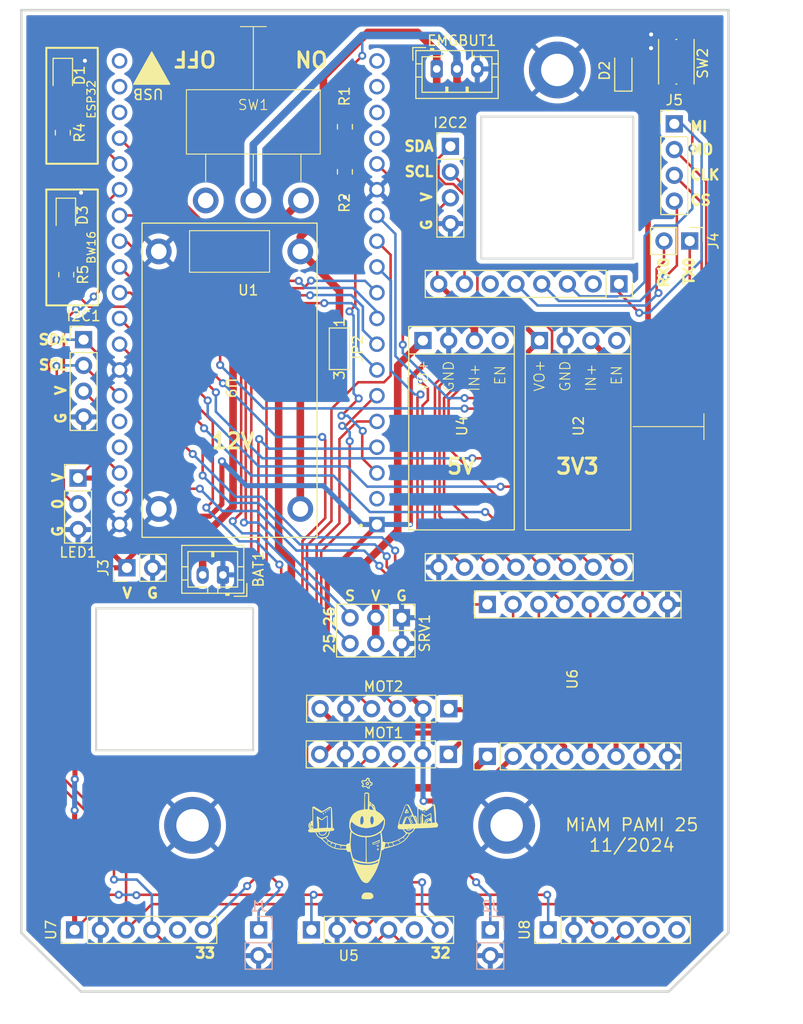
<source format=kicad_pcb>
(kicad_pcb (version 20240108) (generator "pcbnew") (generator_version "8.0")
  (layers (0 "F.Cu" signal) (31 "B.Cu" signal) (34 "B.Paste" user) (35 "F.Paste" user) (36 "B.SilkS" user "B.Silkscreen") (37 "F.SilkS" user "F.Silkscreen") (38 "B.Mask" user) (39 "F.Mask" user) (44 "Edge.Cuts" user))
  (net 0 "")
  (net 1 "/BATTERY_INPUT")
  (net 2 "GND")
  (net 3 "/EMERGENCY_BUTTON")
  (net 4 "/5V_POWER")
  (net 5 "/SW0")
  (net 6 "+3V3")
  (net 7 "/LED_RING")
  (net 8 "/XSHUT1")
  (net 9 "/1Y")
  (net 10 "/SW1")
  (net 11 "Net-(D1-A)")
  (net 12 "/SDA")
  (net 13 "/SCL")
  (net 14 "/POWER_SWITCH")
  (net 15 "/BAT_READING")
  (net 16 "/SERVO_PWM_1")
  (net 17 "/SERVO_PWM_2")
  (net 18 "Net-(D2-K)")
  (net 19 "/RX2")
  (net 20 "/TX2")
  (net 33 "/XSHUT0")
  (net 34 "/LED_ESP32")
  (net 36 "/EXT_5V")
  (net 37 "/ENCODER_B1")
  (net 38 "/ENCODER_A1")
  (net 39 "/2Y")
  (net 40 "/3Y")
  (net 41 "/ENCODER_B2")
  (net 42 "/ENCODER_A2")
  (net 43 "/4Y")
  (net 44 "/EN12")
  (net 45 "/EN34")
  (net 46 "/STBY")
  (net 47 "/4A")
  (net 48 "/1A")
  (net 49 "/2A")
  (net 50 "/3A")
  (net 53 "/SDA_BW16")
  (net 55 "/SCL_BW16")
  (net 56 "/RX0_BW16")
  (net 57 "/TX0_BW16")
  (net 58 "/CS_BW16")
  (net 59 "/CLK_BW16")
  (net 60 "/MOSI_BW16")
  (net 62 "/MISO_BW16")
  (net 63 "/EN_BW16")
  (net 64 "Net-(D3-A)")
  (net 65 "/LED_BW16")
  (net 66 "+12V")
  (net 67 "/REG_OUT")
  (footprint "Resistor_SMD:R_0805_2012Metric" (layer "F.Cu") (at 180.7 54.0875 -90)
    (property "Reference" "R4")
    (property "Value" "1K")
  )
  (footprint "MiAM_ESP32_Footprints:VoltageRegulator" (layer "F.Cu") (at 220 83.5 90)
    (property "Reference" "U4")
    (property "Value" "5V")
  )
  (footprint "LED_SMD:LED_0805_2012Metric" (layer "F.Cu") (at 180.7 48.4375 -90)
    (property "Reference" "D1")
    (property "Value" "LED")
  )
  (footprint "MountingHole:MountingHole_3.2mm_M3_DIN965_Pad" (layer "F.Cu") (at 224.5 122.4)
    (property "Reference" "H4" (hide yes))
    (property "Value" "MountingHole_Pad")
  )
  (footprint "Connector_PinHeader_2.54mm:PinHeader_1x06_P2.54mm_Vertical" (layer "F.Cu") (at 181.864 132.715 90)
    (property "Reference" "U7")
    (property "Value" "~")
  )
  (footprint "MiAM_ESP32_Footprints:VoltageRegulator" (layer "F.Cu") (at 231.5 83.5 90)
    (property "Reference" "U2")
    (property "Value" "3V3")
  )
  (footprint "Connector_PinHeader_2.54mm:PinHeader_1x02_P2.54mm_Vertical" (layer "F.Cu") (at 242.57 64.77 -90)
    (property "Reference" "J4")
    (property "Value" "Conn_01x02_Pin")
  )
  (footprint "MiAM_ESP32_Footprints:BW16_Breakout" (layer "F.Cu") (at 226.825 83.075 -90)
    (property "Reference" "U3" (hide yes))
    (property "Value" "~" (hide yes))
  )
  (footprint "Resistor_SMD:R_0805_2012Metric_Pad1.20x1.40mm_HandSolder" (layer "F.Cu") (at 208.539 57.945 -90)
    (property "Reference" "R2")
    (property "Value" "10k")
  )
  (footprint "Jumper:SolderJumper-3_P1.3mm_Bridged12_Pad1.0x1.5mm_NumberLabels" (layer "F.Cu") (at 208 75.4 -90)
    (property "Reference" "JP2")
    (property "Value" "SolderJumper_3_Open")
  )
  (footprint "Connector_PinHeader_2.54mm:PinHeader_1x06_P2.54mm_Vertical" (layer "F.Cu") (at 228.6 132.715 90)
    (property "Reference" "U8")
    (property "Value" "~")
  )
  (footprint "Resistor_SMD:R_0805_2012Metric_Pad1.20x1.40mm_HandSolder" (layer "F.Cu") (at 208.539 53.5 -90)
    (property "Reference" "R1")
    (property "Value" "100k")
  )
  (footprint "Connector_PinHeader_2.54mm:PinHeader_1x04_P2.54mm_Vertical" (layer "F.Cu") (at 182.75 74.5)
    (property "Reference" "I2C1")
    (property "Value" "SSD1306_vertical")
  )
  (footprint "Connector_PinHeader_2.54mm:PinHeader_1x04_P2.54mm_Vertical" (layer "F.Cu") (at 241.046 53.213)
    (property "Reference" "J5")
    (property "Value" "Conn_01x04_Pin")
  )
  (footprint "Connector_PinHeader_2.54mm:PinHeader_2x03_P2.54mm_Vertical" (layer "F.Cu") (at 214.125 101.925 -90)
    (property "Reference" "SRV1")
    (property "Value" "Conn_02x03_Odd_Even")
  )
  (footprint "Connector_PinHeader_2.54mm:PinHeader_1x04_P2.54mm_Vertical" (layer "F.Cu") (at 218.948 55.4328)
    (property "Reference" "I2C2")
    (property "Value" "SSD1306_vertical")
  )
  (footprint "Connector_PinHeader_2.54mm:PinHeader_1x06_P2.54mm_Vertical" (layer "F.Cu") (at 218.75 115.4 -90)
    (property "Reference" "MOT1")
    (property "Value" "Conn_01x06_Male")
  )
  (footprint "MiAM_ESP32_Footprints:ESP32U-ShieldPattern" (layer "F.Cu") (at 199 69.879 180)
    (property "Reference" "U1")
    (property "Value" "ESP32-DEVKITC-32U")
  )
  (footprint "MountingHole:MountingHole_3.2mm_M3_DIN965_Pad" (layer "F.Cu") (at 193.5 122.4)
    (property "Reference" "H1" (hide yes))
    (property "Value" "MountingHole_Pad")
  )
  (footprint "MiAM_ESP32_Footprints:miam_logo" (layer "F.Cu") (at 211.328 123.698)
    (property "Reference" "G***" (hide yes))
    (property "Value" "LOGO" (hide yes))
  )
  (footprint "Connector_PinHeader_2.54mm:PinHeader_1x03_P2.54mm_Vertical" (layer "F.Cu") (at 182.2 88.15)
    (property "Reference" "LED1")
    (property "Value" "Conn_01x03_Pin")
  )
  (footprint "Button_Switch_SMD:SW_Push_1P1T_NO_Vertical_Wuerth_434133025816" (layer "F.Cu") (at 241.2492 47.0916 -90)
    (property "Reference" "SW2")
    (property "Value" "SW_Push")
  )
  (footprint "MiAM_ESP32_Footprints:TB6612FNG" (layer "F.Cu") (at 242.92 115.6 90)
    (property "Reference" "U6")
    (property "Value" "TB6612FNG")
  )
  (footprint "MiAM_ESP32_Footprints:MT3608" (layer "F.Cu") (at 197.153 78.5 -90)
    (property "Reference" "U9")
    (property "Value" "MT3608")
  )
  (footprint "Connector_JST:JST_PH_B2B-PH-K_1x02_P2.00mm_Vertical" (layer "F.Cu") (at 196.5 97.7 180)
    (property "Reference" "BAT1")
    (property "Value" "Screw_Terminal_01x02")
  )
  (footprint "Connector_JST:JST_PH_B3B-PH-K_1x03_P2.00mm_Vertical" (layer "F.Cu") (at 217.6 47.8)
    (property "Reference" "EMGBUT1")
    (property "Value" "Conn_01x02_Male")
  )
  (footprint "LED_SMD:LED_0805_2012Metric" (layer "F.Cu") (at 181 62.23 -90)
    (property "Reference" "D3")
    (property "Value" "LED")
  )
  (footprint "MiAM_ESP32_Footprints:SS-12D11" (layer "F.Cu") (at 199.5 60.771)
    (property "Reference" "SW1")
    (property "Value" "SW_DPDT_x2")
  )
  (footprint "MountingHole:MountingHole_3.2mm_M3_DIN965_Pad" (layer "F.Cu") (at 229.5 47.9)
    (property "Reference" "H2" (hide yes))
    (property "Value" "MountingHole_Pad")
  )
  (footprint "Connector_PinHeader_2.54mm:PinHeader_1x06_P2.54mm_Vertical" (layer "F.Cu") (at 205.232 132.715 90)
    (property "Reference" "U5")
    (property "Value" "~")
  )
  (footprint "Resistor_SMD:R_0805_2012Metric" (layer "F.Cu") (at 181.04 68.0875 -90)
    (property "Reference" "R5")
    (property "Value" "5K")
  )
  (footprint "Connector_PinHeader_2.54mm:PinHeader_1x06_P2.54mm_Vertical" (layer "F.Cu") (at 218.79 110.9 -90)
    (property "Reference" "MOT2")
    (property "Value" "Conn_01x06_Male")
  )
  (footprint "Connector_PinHeader_2.54mm:PinHeader_1x02_P2.54mm_Vertical" (layer "F.Cu") (at 187.025 97 90)
    (property "Reference" "J3")
    (property "Value" "Conn_01x02_Pin")
  )
  (footprint "Diode_SMD:D_SOD-323_HandSoldering" (layer "F.Cu") (at 236.0168 47.9752 90)
    (property "Reference" "D2")
    (property "Value" "D_Schottky")
  )
  (footprint "Connector_PinHeader_2.54mm:PinHeader_1x02_P2.54mm_Vertical" (layer "B.Cu") (at 200.025 132.715 180)
    (property "Reference" "J1")
    (property "Value" "Conn_01x02_Pin")
  )
  (footprint "Connector_PinHeader_2.54mm:PinHeader_1x02_P2.54mm_Vertical" (layer "B.Cu") (at 222.885 132.715 180)
    (property "Reference" "J2")
    (property "Value" "Conn_01x02_Pin")
  )
  (gr_rect (start 179.07 45.72) (end 184.15 57.15) (stroke (width 0.2)) (fill none) (layer "F.SilkS"))
  (gr_rect (start 179.07 59.69) (end 184.15 71.12) (stroke (width 0.2)) (fill none) (layer "F.SilkS"))
  (gr_line (start 240.5 138.8) (end 246.4 133) (stroke (width 0.25)) (layer "Edge.Cuts"))
  (gr_line (start 246.4 133) (end 246.4 42) (stroke (width 0.25)) (layer "Edge.Cuts"))
  (gr_line (start 176.6 42) (end 176.6 133) (stroke (width 0.25)) (layer "Edge.Cuts"))
  (gr_line (start 182.5 138.8) (end 240.5 138.8) (stroke (width 0.25)) (layer "Edge.Cuts"))
  (gr_rect (start 222 52.5) (end 237 66.5) (stroke (width 0.2)) (fill none) (layer "Edge.Cuts"))
  (gr_line (start 182.5 138.8) (end 176.6 133) (stroke (width 0.25)) (layer "Edge.Cuts"))
  (gr_line (start 246.4 42) (end 176.6 42) (stroke (width 0.25)) (layer "Edge.Cuts"))
  (gr_rect (start 183.984 101) (end 199.484 115) (stroke (width 0.2)) (fill none) (layer "Edge.Cuts"))
  (gr_text "MI" (at 242.5 53.5 0) (layer "F.SilkS") (effects (font (size 1 1) (thickness 0.25) (bold yes)) (justify left)))
  (gr_text "0" (at 180.2 90.7 90) (layer "F.SilkS") (effects (font (size 1 1) (thickness 0.25) (bold yes)) (justify mirror)))
  (gr_text "G" (at 180.5 82.25 90) (layer "F.SilkS") (effects (font (size 1 1) (thickness 0.25) (bold yes))))
  (gr_text "OFF" (at 196 45.92 180) (layer "F.SilkS") (effects (font (size 1.5 1.5) (thickness 0.3) (bold yes)) (justify left bottom)))
  (gr_text "CLK" (at 242.5 58.25 0) (layer "F.SilkS") (effects (font (size 1 1) (thickness 0.25) (bold yes)) (justify left)))
  (gr_text "G" (at 214.125 99.766 0) (layer "F.SilkS") (effects (font (size 1 1) (thickness 0.2) (bold yes))))
  (gr_text "ON" (at 207 45.92 180) (layer "F.SilkS") (effects (font (size 1.5 1.5) (thickness 0.3) (bold yes)) (justify left bottom)))
  (gr_text "S" (at 209.045 99.766 0) (layer "F.SilkS") (effects (font (size 1 1) (thickness 0.2) (bold yes))))
  (gr_text "MiAM PAMI 25\n11/2024" (at 236.855 125.095 0) (layer "F.SilkS") (effects (font (size 1.25 1.25) (thickness 0.15625)) (justify bottom)))
  (gr_text "12V" (at 197.5 84.5 0) (layer "F.SilkS") (effects (font (size 1.5 1.5) (thickness 0.3) (bold yes))))
  (gr_text "V" (at 211.585 99.766 0) (layer "F.SilkS") (effects (font (size 1 1) (thickness 0.2) (bold yes))))
  (gr_text "26" (at 207.013 101.798 90) (layer "F.SilkS") (effects (font (size 1 1) (thickness 0.2) (bold yes))))
  (gr_text "25" (at 207.013 104.465 90) (layer "F.SilkS") (effects (font (size 1 1) (thickness 0.2) (bold yes))))
  (gr_text "32" (at 218 135 0) (layer "F.SilkS") (effects (font (size 1 1) (thickness 0.25) (bold yes))))
  (gr_text "33" (at 194.75 135 0) (layer "F.SilkS") (effects (font (size 1 1) (thickness 0.25) (bold yes))))
  (gr_text "5V" (at 220 87 0) (layer "F.SilkS") (effects (font (size 1.5 1.5) (thickness 0.3) (bold yes))))
  (gr_text "V" (at 180.5 79.5 90) (layer "F.SilkS") (effects (font (size 1 1) (thickness 0.25) (bold yes)) (justify mirror)))
  (gr_text "G" (at 189.55 99.5 0) (layer "F.SilkS") (effects (font (size 1 1) (thickness 0.25) (bold yes))))
  (gr_text "V" (at 180.2 88.1 90) (layer "F.SilkS") (effects (font (size 1 1) (thickness 0.25) (bold yes)) (justify mirror)))
  (gr_text "RX0" (at 240 66.25 90) (layer "F.SilkS") (effects (font (size 1 1) (thickness 0.25) (bold yes)) (justify right)))
  (gr_text "BW16" (at 183.515 65.405 90) (layer "F.SilkS") (effects (font (size 0.8 0.8) (thickness 0.125))))
  (gr_text "SDA" (at 179.75 74.5 0) (layer "F.SilkS") (effects (font (size 1 1) (thickness 0.25) (bold yes))))
  (gr_text "ESP32" (at 183.515 50.8 90) (layer "F.SilkS") (effects (font (size 0.8 0.8) (thickness 0.125))))
  (gr_text "V" (at 187.05 99.5 0) (layer "F.SilkS") (effects (font (size 1 1) (thickness 0.25) (bold yes))))
  (gr_text "SCL" (at 179.75 77 0) (layer "F.SilkS") (effects (font (size 1 1) (thickness 0.25) (bold yes))))
  (gr_text "MO" (at 242.5 55.75 0) (layer "F.SilkS") (effects (font (size 1 1) (thickness 0.25) (bold yes)) (justify left)))
  (gr_text "CS" (at 242.5 60.75 0) (layer "F.SilkS") (effects (font (size 1 1) (thickness 0.25) (bold yes)) (justify left)))
  (gr_text "SCL" (at 215.8492 57.9228 0) (layer "F.SilkS") (effects (font (size 1 1) (thickness 0.25) (bold yes))))
  (gr_text "TX0" (at 242.5 66.25 90) (layer "F.SilkS") (effects (font (size 1 1) (thickness 0.25) (bold yes)) (justify right)))
  (gr_text "G" (at 180.2 93.4 90) (layer "F.SilkS") (effects (font (size 1 1) (thickness 0.25) (bold yes))))
  (gr_text "3V3" (at 231.5 87 0) (layer "F.SilkS") (effects (font (size 1.5 1.5) (thickness 0.3) (bold yes))))
  (gr_text "SDA" (at 215.8492 55.4228 0) (layer "F.SilkS") (effects (font (size 1 1) (thickness 0.25) (bold yes))))
  (gr_text "G" (at 216.5992 63.1728 90) (layer "F.SilkS") (effects (font (size 1 1) (thickness 0.25) (bold yes))))
  (gr_text "V" (at 216.5992 60.4228 90) (layer "F.SilkS") (effects (font (size 1 1) (thickness 0.25) (bold yes)) (justify mirror)))
  (segment (start 204.199 60.771) (end 197.5 67.47) (width 0.75) (layer "F.Cu") (net 1))
  (segment (start 197.5 67.47) (end 197.5 91) (width 0.75) (layer "F.Cu") (net 1))
  (segment (start 197.5 91) (end 194.5 94) (width 0.75) (layer "F.Cu") (net 1))
  (segment (start 194.5 94) (end 194.5 97.7) (width 0.75) (layer "F.Cu") (net 1))
  (segment (start 182.37 47.5) (end 182.88 46.99) (width 0.25) (layer "F.Cu") (net 2))
  (segment (start 181 60.925) (end 181.575 60.925) (width 0.25) (layer "F.Cu") (net 2))
  (segment (start 208.539 60.447) (end 208.534 60.452) (width 0.25) (layer "F.Cu") (net 2))
  (segment (start 181.575 60.925) (end 182.5 60) (width 0.25) (layer "F.Cu") (net 2))
  (segment (start 240.1742 45.0166) (end 239.3774 45.0166) (width 0.25) (layer "F.Cu") (net 2))
  (segment (start 239.3774 45.0166) (end 238.76 44.3992) (width 0.25) (layer "F.Cu") (net 2))
  (segment (start 208.539 58.945) (end 208.539 60.447) (width 0.25) (layer "F.Cu") (net 2))
  (segment (start 240.1742 47.1742) (end 240.1742 49.1416) (width 0.25) (layer "F.Cu") (net 2))
  (segment (start 238.75 45.75) (end 240.1742 47.1742) (width 0.25) (layer "F.Cu") (net 2))
  (segment (start 180.7 47.5) (end 182.37 47.5) (width 0.25) (layer "F.Cu") (net 2))
  (via (at 182.5 60) (size 0.8) (drill 0.4) (layers "F.Cu" "B.Cu") (net 2))
  (via (at 238.75 45.75) (size 0.8) (drill 0.4) (layers "F.Cu" "B.Cu") (net 2))
  (via (at 208.534 60.452) (size 0.8) (drill 0.4) (layers "F.Cu" "B.Cu") (net 2))
  (via (at 182.88 46.99) (size 0.8) (drill 0.4) (layers "F.Cu" "B.Cu") (net 2))
  (via (at 238.76 44.3992) (size 0.8) (drill 0.4) (layers "F.Cu" "B.Cu") (net 2))
  (segment (start 215.5 71) (end 215.5 52.4) (width 0.75) (layer "F.Cu") (net 3))
  (segment (start 204.138 64.362) (end 206.419 62.081) (width 0.75) (layer "F.Cu") (net 3))
  (segment (start 220.5 72.5) (end 217 72.5) (width 0.75) (layer "F.Cu") (net 3))
  (segment (start 204.138 65.8) (end 204.138 64.362) (width 0.75) (layer "F.Cu") (net 3))
  (segment (start 206.419 62.081) (end 206.419 48.581) (width 0.75) (layer "F.Cu") (net 3))
  (segment (start 217.6 46.1) (end 217.6 47.8) (width 0.75) (layer "F.Cu") (net 3))
  (segment (start 215.5 52.4) (end 217.6 50.3) (width 0.75) (layer "F.Cu") (net 3))
  (segment (start 221.3208 74.5846) (end 221.3208 73.3208) (width 0.75) (layer "F.Cu") (net 3))
  (segment (start 208 69.662) (end 204.138 65.8) (width 0.75) (layer "F.Cu") (net 3))
  (segment (start 210.804 44.196) (end 215.696 44.196) (width 0.75) (layer "F.Cu") (net 3))
  (segment (start 206.419 48.581) (end 210.804 44.196) (width 0.75) (layer "F.Cu") (net 3))
  (segment (start 215.696 44.196) (end 217.6 46.1) (width 0.75) (layer "F.Cu") (net 3))
  (segment (start 208 74.1) (end 208 69.662) (width 0.75) (layer "F.Cu") (net 3))
  (segment (start 221.3208 73.3208) (end 220.5 72.5) (width 0.75) (layer "F.Cu") (net 3))
  (segment (start 217.6 50.3) (end 217.6 47.8) (width 0.75) (layer "F.Cu") (net 3))
  (segment (start 217 72.5) (end 215.5 71) (width 0.75) (layer "F.Cu") (net 3))
  (segment (start 210.6 96.5) (end 210.6 99.2) (width 0.75) (layer "F.Cu") (net 4))
  (segment (start 213.75 93.35) (end 210.6 96.5) (width 0.75) (layer "F.Cu") (net 4))
  (segment (start 210.6 99.2) (end 211.585 100.185) (width 0.75) (layer "F.Cu") (net 4))
  (segment (start 216.2408 74.5846) (end 213.75 77.0754) (width 0.75) (layer "F.Cu") (net 4))
  (segment (start 211.585 100.185) (end 211.585 104.465) (width 0.75) (layer "F.Cu") (net 4))
  (segment (start 213.75 77.0754) (end 213.75 93.35) (width 0.75) (layer "F.Cu") (net 4))
  (segment (start 200 84.375) (end 200.075 84.3) (width 0.25) (layer "F.Cu") (net 5))
  (segment (start 201.25 127.45) (end 201.25 97.972701) (width 0.25) (layer "F.Cu") (net 5))
  (segment (start 200 96.722701) (end 200 84.375) (width 0.25) (layer "F.Cu") (net 5))
  (segment (start 201.25 97.972701) (end 200 96.722701) (width 0.25) (layer "F.Cu") (net 5))
  (segment (start 202.05 128.25) (end 201.25 127.45) (width 0.25) (layer "F.Cu") (net 5))
  (via (at 202.05 128.25) (size 0.8) (drill 0.4) (layers "F.Cu" "B.Cu") (net 5))
  (via (at 200.075 84.3) (size 0.8) (drill 0.4) (layers "F.Cu" "B.Cu") (net 5))
  (segment (start 200.025 130.837347) (end 200.025 132.715) (width 0.25) (layer "B.Cu") (net 5))
  (segment (start 202.05 128.25) (end 202.05 128.812347) (width 0.25) (layer "B.Cu") (net 5))
  (segment (start 202.05 128.812347) (end 200.025 130.837347) (width 0.25) (layer "B.Cu") (net 5))
  (segment (start 200.075 84.3) (end 201.025 85.25) (width 0.25) (layer "B.Cu") (net 5))
  (segment (start 211.559 85.25) (end 211.7 85.109) (width 0.25) (layer "B.Cu") (net 5))
  (segment (start 201.025 85.25) (end 211.559 85.25) (width 0.25) (layer "B.Cu") (net 5))
  (segment (start 187.025 96.275) (end 187.025 97) (width 0.5) (layer "F.Cu") (net 6))
  (segment (start 184.525 94.5) (end 187.025 97) (width 0.5) (layer "F.Cu") (net 6))
  (segment (start 184.3 81.13) (end 182.75 79.58) (width 0.25) (layer "F.Cu") (net 6))
  (segment (start 227.7408 74.5846) (end 225.9254 76.4) (width 0.5) (layer "F.Cu") (net 6))
  (segment (start 228.5 129.25) (end 205.45 129.25) (width 0.25) (layer "F.Cu") (net 6))
  (segment (start 222.25 72.39) (end 225.5462 72.39) (width 0.5) (layer "F.Cu") (net 6))
  (segment (start 217.8 69) (end 219.975 71.175) (width 0.5) (layer "F.Cu") (net 6))
  (segment (start 188 129.25) (end 187.9595 129.2905) (width 0.25) (layer "F.Cu") (net 6))
  (segment (start 185.329 129.25) (end 181.864 132.715) (width 0.25) (layer "F.Cu") (net 6))
  (segment (start 216.3 120) (end 220.74 120) (width 0.5) (layer "F.Cu") (net 6))
  (segment (start 186.219 129.25) (end 185.329 129.25) (width 0.25) (layer "F.Cu") (net 6))
  (segment (start 216.9 76.4) (end 215 78.3) (width 0.5) (layer "F.Cu") (net 6))
  (segment (start 209.7 108.1) (end 213.45 108.1) (width 0.5) (layer "F.Cu") (net 6))
  (segment (start 195.214159 91.912077) (end 193.087923 91.912077) (width 0.5) (layer "F.Cu") (net 6))
  (segment (start 206.8 97.75) (end 206.8 105.2) (width 0.5) (layer "F.Cu") (net 6))
  (segment (start 188.6 94.7) (end 187.025 96.275) (width 0.5) (layer "F.Cu") (net 6))
  (segment (start 225.5462 72.39) (end 227.7408 74.5846) (width 0.5) (layer "F.Cu") (net 6))
  (segment (start 184.3 86.05) (end 184.3 81.13) (width 0.25) (layer "F.Cu") (net 6))
  (segment (start 182.2 88.15) (end 184.3 86.05) (width 0.25) (layer "F.Cu") (net 6))
  (segment (start 205.45 129.25) (end 188 129.25) (width 0.25) (layer "F.Cu") (net 6))
  (segment (start 213.45 108.1) (end 216.25 110.9) (width 0.5) (layer "F.Cu") (net 6))
  (segment (start 181.881653 117.855041) (end 181.9 117.836694) (width 0.5) (layer "F.Cu") (net 6))
  (segment (start 184.4 94.4) (end 184.5 94.5) (width 0.5) (layer "F.Cu") (net 6))
  (segment (start 225.9254 76.4) (end 216.9 76.4) (width 0.5) (layer "F.Cu") (net 6))
  (segment (start 211.7 92.85) (end 206.8 97.75) (width 0.5) (layer "F.Cu") (net 6))
  (segment (start 211.7 92.729) (end 211.7 92.85) (width 0.5) (layer "F.Cu") (net 6))
  (segment (start 183.85 88.15) (end 184.4 88.7) (width 0.5) (layer "F.Cu") (net 6))
  (segment (start 184.4 88.7) (end 184.4 94.4) (width 0.5) (layer "F.Cu") (net 6))
  (segment (start 181.9 117.836694) (end 181.9 98.35) (width 0.5) (layer "F.Cu") (net 6))
  (segment (start 184.5 94.5) (end 184.525 94.5) (width 0.5) (layer "F.Cu") (net 6))
  (segment (start 190.3 94.7) (end 188.6 94.7) (width 0.5) (layer "F.Cu") (net 6))
  (segment (start 217.648 68.848) (end 217.648 61.8128) (width 0.25) (layer "F.Cu") (net 6))
  (segment (start 196.4 86.5) (end 196.4 90.726236) (width 0.5) (layer "F.Cu") (net 6))
  (segment (start 217.648 61.8128) (end 218.948 60.5128) (width 0.25) (layer "F.Cu") (net 6))
  (segment (start 196.4 90.726236) (end 195.214159 91.912077) (width 0.5) (layer "F.Cu") (net 6))
  (segment (start 219.975 71.175) (end 221.035 71.175) (width 0.5) (layer "F.Cu") (net 6))
  (segment (start 193.087923 91.912077) (end 190.3 94.7) (width 0.5) (layer "F.Cu") (net 6))
  (segment (start 217.8 69) (end 217.648 68.848) (width 0.25) (layer "F.Cu") (net 6))
  (segment (start 220.74 120) (end 225.14 115.6) (width 0.5) (layer "F.Cu") (net 6))
  (segment (start 182.2 88.15) (end 183.85 88.15) (width 0.5) (layer "F.Cu") (net 6))
  (segment (start 215 78.3) (end 215 92.729) (width 0.5) (layer "F.Cu") (net 6))
  (segment (start 181.864 120.913306) (end 181.864 132.715) (width 0.5) (layer "F.Cu") (net 6))
  (segment (start 183.25 97) (end 187.025 97) (width 0.5) (layer "F.Cu") (net 6))
  (segment (start 221.035 71.175) (end 222.25 72.39) (width 0.5) (layer "F.Cu") (net 6))
  (segment (start 181.9 98.35) (end 183.25 97) (width 0.5) (layer "F.Cu") (net 6))
  (segment (start 206.8 105.2) (end 209.7 108.1) (width 0.5) (layer "F.Cu") (net 6))
  (via (at 181.881653 117.855041) (size 0.8) (drill 0.4) (layers "F.Cu" "B.Cu") (net 6))
  (via (at 187.9595 129.2905) (size 0.8) (drill 0.4) (layers "F.Cu" "B.Cu") (net 6))
  (via (at 196.4 86.5) (size 0.8) (drill 0.4) (layers "F.Cu" "B.Cu") (net 6))
  (via (at 205.45 129.25) (size 0.8) (drill 0.4) (layers "F.Cu" "B.Cu") (net 6))
  (via (at 215 92.729) (size 0.5) (drill 0.3) (layers "F.Cu" "B.Cu") (net 6))
  (via (at 186.219 129.25) (size 0.8) (drill 0.4) (layers "F.Cu" "B.Cu") (net 6))
  (via (at 181.864 120.913306) (size 0.8) (drill 0.4) (layers "F.Cu" "B.Cu") (net 6))
  (via (at 216.3 120) (size 0.8) (drill 0.4) (layers "F.Cu" "B.Cu") (net 6))
  (via (at 228.5 129.25) (size 0.8) (drill 0.4) (layers "F.Cu" "B.Cu") (net 6))
  (segment (start 205.232 129.468) (end 205.232 132.715) (width 0.25) (layer "B.Cu") (net 6))
  (segment (start 228.6 129.35) (end 228.6 132.715) (width 0.25) (layer "B.Cu") (net 6))
  (segment (start 228.5 129.25) (end 228.6 129.35) (width 0.25) (layer "B.Cu") (net 6))
  (segment (start 215 92.729) (end 211.7 92.729) (width 0.5) (layer "B.Cu") (net 6))
  (segment (start 205.45 129.25) (end 205.232 129.468) (width 0.25) (layer "B.Cu") (net 6))
  (segment (start 198.8 88.9) (end 206.4 88.9) (width 0.5) (layer "B.Cu") (net 6))
  (segment (start 216.25 119.95) (end 216.25 110.9) (width 0.5) (layer "B.Cu") (net 6))
  (segment (start 181.881653 117.855041) (end 181.864 117.872694) (width 0.5) (layer "B.Cu") (net 6))
  (segment (start 210.229 92.729) (end 211.7 92.729) (width 0.5) (layer "B.Cu") (net 6))
  (segment (start 186.219 129.25) (end 187.919 129.25) (width 0.25) (layer "B.Cu") (net 6))
  (segment (start 216.3 120) (end 216.25 119.95) (width 0.5) (layer "B.Cu") (net 6))
  (segment (start 187.919 129.25) (end 187.9595 129.2905) (width 0.25) (layer "B.Cu") (net 6))
  (segment (start 181.864 117.872694) (end 181.864 120.913306) (width 0.5) (layer "B.Cu") (net 6))
  (segment (start 206.4 88.9) (end 210.229 92.729) (width 0.5) (layer "B.Cu") (net 6))
  (segment (start 196.4 86.5) (end 198.8 88.9) (width 0.5) (layer "B.Cu") (net 6))
  (segment (start 183.75 70.25) (end 184.25 69.75) (width 0.25) (layer "F.Cu") (net 7))
  (segment (start 182 71.5) (end 180.8 72.7) (width 0.25) (layer "F.Cu") (net 7))
  (segment (start 184.25 69.75) (end 184.25 61.759) (width 0.25) (layer "F.Cu") (net 7))
  (segment (start 180.8 89.7) (end 181.79 90.69) (width 0.25) (layer "F.Cu") (net 7))
  (segment (start 181.79 90.69) (end 182.5 90.69) (width 0.25) (layer "F.Cu") (net 7))
  (segment (start 184.25 61.759) (end 186.3 59.709) (width 0.25) (layer "F.Cu") (net 7))
  (segment (start 180.8 72.7) (end 180.8 89.7) (width 0.25) (layer "F.Cu") (net 7))
  (via (at 182 71.5) (size 0.8) (drill 0.4) (layers "F.Cu" "B.Cu") (net 7))
  (via (at 183.75 70.25) (size 0.8) (drill 0.4) (layers "F.Cu" "B.Cu") (net 7))
  (segment (start 182 71.5) (end 182.5 71.5) (width 0.25) (layer "B.Cu") (net 7))
  (segment (start 182.5 71.5) (end 183.75 70.25) (width 0.25) (layer "B.Cu") (net 7))
  (segment (start 200.75 126.529) (end 198.8895 128.3895) (width 0.25) (layer "F.Cu") (net 8))
  (segment (start 200.75 98.75) (end 200.75 126.529) (width 0.25) (layer "F.Cu") (net 8))
  (segment (start 199.3 73.5) (end 199.3 97.3) (width 0.25) (layer "F.Cu") (net 8))
  (segment (start 205.1 70.125) (end 202.675 70.125) (width 0.25) (layer "F.Cu") (net 8))
  (segment (start 199.3 97.3) (end 200.75 98.75) (width 0.25) (layer "F.Cu") (net 8))
  (segment (start 202.675 70.125) (end 199.3 73.5) (width 0.25) (layer "F.Cu") (net 8))
  (via (at 205.1 70.125) (size 0.8) (drill 0.4) (layers "F.Cu" "B.Cu") (net 8))
  (via (at 198.8895 128.3895) (size 0.8) (drill 0.4) (layers "F.Cu" "B.Cu") (net 8))
  (segment (start 210.312 71.247) (end 210.312 73.561) (width 0.25) (layer "B.Cu") (net 8))
  (segment (start 210.312 73.561) (end 211.7 74.949) (width 0.25) (layer "B.Cu") (net 8))
  (segment (start 198.8895 128.3895) (end 194.564 132.715) (width 0.25) (layer "B.Cu") (net 8))
  (segment (start 209.165 70.1) (end 210.312 71.247) (width 0.25) (layer "B.Cu") (net 8))
  (segment (start 205.125 70.1) (end 209.165 70.1) (width 0.25) (layer "B.Cu") (net 8))
  (segment (start 205.1 70.125) (end 205.125 70.1) (width 0.25) (layer "B.Cu") (net 8))
  (segment (start 218.75 115.4) (end 220.15 114) (width 0.5) (layer "F.Cu") (net 9))
  (segment (start 229.6 114) (end 230.22 114.62) (width 0.5) (layer "F.Cu") (net 9))
  (segment (start 230.22 114.62) (end 230.22 115.4) (width 0.5) (layer "F.Cu") (net 9))
  (segment (start 220.15 114) (end 229.6 114) (width 0.5) (layer "F.Cu") (net 9))
  (segment (start 208.066347 123.566347) (end 217.066347 123.566347) (width 0.25) (layer "F.Cu") (net 10))
  (segment (start 217.066347 123.566347) (end 221.488 127.988) (width 0.25) (layer "F.Cu") (net 10))
  (segment (start 195.5 82.6) (end 192 79.1) (width 0.25) (layer "F.Cu") (net 10))
  (segment (start 202.075347 96.674653) (end 202.25 96.849306) (width 0.25) (layer "F.Cu") (net 10))
  (segment (start 192 74.487127) (end 187.381873 69.869) (width 0.25) (layer "F.Cu") (net 10))
  (segment (start 202.25 96.849306) (end 202.25 117.75) (width 0.25) (layer "F.Cu") (net 10))
  (segment (start 221.488 127.988) (end 221.488 128.016) (width 0.25) (layer "F.Cu") (net 10))
  (segment (start 202.25 117.75) (end 208.066347 123.566347) (width 0.25) (layer "F.Cu") (net 10))
  (segment (start 192 79.1) (end 192 74.487127) (width 0.25) (layer "F.Cu") (net 10))
  (segment (start 194.877225 91.062077) (end 195.5 90.439302) (width 0.25) (layer "F.Cu") (net 10))
  (segment (start 187.381873 69.869) (end 186.3 69.869) (width 0.25) (layer "F.Cu") (net 10))
  (segment (start 195.5 90.439302) (end 195.5 82.6) (width 0.25) (layer "F.Cu") (net 10))
  (segment (start 194.862077 91.062077) (end 194.877225 91.062077) (width 0.25) (layer "F.Cu") (net 10))
  (via (at 202.075347 96.674653) (size 0.8) (drill 0.4) (layers "F.Cu" "B.Cu") (net 10))
  (via (at 194.862077 91.062077) (size 0.8) (drill 0.4) (layers "F.Cu" "B.Cu") (net 10))
  (via (at 221.488 128.016) (size 0.8) (drill 0.4) (layers "F.Cu" "B.Cu") (net 10))
  (segment (start 194.862077 91.162077) (end 194.862077 91.062077) (width 0.25) (layer "B.Cu") (net 10))
  (segment (start 199.793694 94.393) (end 198.093 94.393) (width 0.25) (layer "B.Cu") (net 10))
  (segment (start 222.885 129.413) (end 222.885 132.715) (width 0.25) (layer "B.Cu") (net 10))
  (segment (start 221.488 128.016) (end 222.885 129.413) (width 0.25) (layer "B.Cu") (net 10))
  (segment (start 198.093 94.393) (end 194.862077 91.162077) (width 0.25) (layer "B.Cu") (net 10))
  (segment (start 202.075347 96.674653) (end 199.793694 94.393) (width 0.25) (layer "B.Cu") (net 10))
  (segment (start 180.7 53.175) (end 180.7 49.375) (width 0.25) (layer "F.Cu") (net 11))
  (segment (start 193.929 137.16) (end 208.407 137.16) (width 0.25) (layer "F.Cu") (net 12))
  (segment (start 189.484 132.715) (end 193.929 137.16) (width 0.25) (layer "F.Cu") (net 12))
  (segment (start 179.35 75.225) (end 180.075 74.5) (width 0.25) (layer "F.Cu") (net 12))
  (segment (start 186.3 80.029) (end 184.75 78.479) (width 0.25) (layer "F.Cu") (net 12))
  (segment (start 185.75 123.774) (end 179.35 117.374) (width 0.25) (layer "F.Cu") (net 12))
  (segment (start 185.75 127.75) (end 185.75 123.774) (width 0.25) (layer "F.Cu") (net 12))
  (segment (start 184.75 76.5) (end 182.75 74.5) (width 0.25) (layer "F.Cu") (net 12))
  (segment (start 212.852 132.715) (end 217.297 137.16) (width 0.25) (layer "F.Cu") (net 12))
  (segment (start 217.297 137.16) (end 231.775 137.16) (width 0.25) (layer "F.Cu") (net 12))
  (segment (start 179.35 117.374) (end 179.35 75.225) (width 0.25) (layer "F.Cu") (net 12))
  (segment (start 231.775 137.16) (end 236.22 132.715) (width 0.25) (layer "F.Cu") (net 12))
  (segment (start 184.75 78.479) (end 184.75 76.5) (width 0.25) (layer "F.Cu") (net 12))
  (segment (start 208.407 137.16) (end 212.852 132.715) (width 0.25) (layer "F.Cu") (net 12))
  (via (at 185.75 127.75) (size 0.8) (drill 0.4) (layers "F.Cu" "B.Cu") (net 12))
  (via (at 180.075 74.5) (size 0.8) (drill 0.4) (layers "F.Cu" "B.Cu") (net 12))
  (segment (start 180.075 74.5) (end 182.75 74.5) (width 0.25) (layer "B.Cu") (net 12))
  (segment (start 188 127.75) (end 189.484 129.234) (width 0.25) (layer "B.Cu") (net 12))
  (segment (start 185.75 127.75) (end 188 127.75) (width 0.25) (layer "B.Cu") (net 12))
  (segment (start 189.484 129.234) (end 189.484 132.715) (width 0.25) (layer "B.Cu") (net 12))
  (segment (start 184.9 79.265396) (end 184.3 78.665396) (width 0.25) (layer "F.Cu") (net 13))
  (segment (start 207.772 130.175) (end 210.312 132.715) (width 0.25) (layer "F.Cu") (net 13))
  (segment (start 186.3 87.649) (end 184.9 86.249) (width 0.25) (layer "F.Cu") (net 13))
  (segment (start 210.312 132.715) (end 212.852 130.175) (width 0.25) (layer "F.Cu") (net 13))
  (segment (start 184.3 78.665396) (end 184.3 78.59) (width 0.25) (layer "F.Cu") (net 13))
  (segment (start 186.944 123.942695) (end 186.944 132.715) (width 0.25) (layer "F.Cu") (net 13))
  (segment (start 180.075 77.1) (end 180.1 77.125) (width 0.25) (layer "F.Cu") (net 13))
  (segment (start 180.1 117.098695) (end 186.944 123.942695) (width 0.25) (layer "F.Cu") (net 13))
  (segment (start 186.944 132.715) (end 189.484 130.175) (width 0.25) (layer "F.Cu") (net 13))
  (segment (start 231.14 130.175) (end 233.68 132.715) (width 0.25) (layer "F.Cu") (net 13))
  (segment (start 184.9 86.249) (end 184.9 79.265396) (width 0.25) (layer "F.Cu") (net 13))
  (segment (start 180.1 77.125) (end 180.1 117.098695) (width 0.25) (layer "F.Cu") (net 13))
  (segment (start 189.484 130.175) (end 207.772 130.175) (width 0.25) (layer "F.Cu") (net 13))
  (segment (start 184.3 78.59) (end 182.75 77.04) (width 0.25) (layer "F.Cu") (net 13))
  (segment (start 212.852 130.175) (end 231.14 130.175) (width 0.25) (layer "F.Cu") (net 13))
  (via (at 180.075 77.1) (size 0.8) (drill 0.4) (layers "F.Cu" "B.Cu") (net 13))
  (segment (start 180.075 77.1) (end 180.135 77.04) (width 0.25) (layer "B.Cu") (net 13))
  (segment (start 180.135 77.04) (end 182.75 77.04) (width 0.25) (layer "B.Cu") (net 13))
  (segment (start 208.539 52.5) (end 208.539 48.211) (width 0.25) (layer "F.Cu") (net 14))
  (segment (start 236.0168 45.0168) (end 236.0168 46.7252) (width 0.75) (layer "F.Cu") (net 14))
  (segment (start 208.539 48.211) (end 210.25 46.5) (width 0.25) (layer "F.Cu") (net 14))
  (segment (start 220.75 50.25) (end 219.6 49.1) (width 0.75) (layer "F.Cu") (net 14))
  (segment (start 224 49) (end 224 46.75) (width 0.75) (layer "F.Cu") (net 14))
  (segment (start 222.75 50.25) (end 224 49) (width 0.75) (layer "F.Cu") (net 14))
  (segment (start 219.6 49.1) (end 219.6 47.8) (width 0.75) (layer "F.Cu") (net 14))
  (segment (start 224 46.75) (end 226.85 43.9) (width 0.75) (layer "F.Cu") (net 14))
  (segment (start 220.75 50.25) (end 222.75 50.25) (width 0.75) (layer "F.Cu") (net 14))
  (segment (start 226.85 43.9) (end 234.9 43.9) (width 0.75) (layer "F.Cu") (net 14))
  (segment (start 234.9 43.9) (end 236.0168 45.0168) (width 0.75) (layer "F.Cu") (net 14))
  (via (at 210.25 46.5) (size 0.8) (drill 0.4) (layers "F.Cu" "B.Cu") (net 14))
  (segment (start 210.25 44.5) (end 199.5 55.25) (width 0.75) (layer "B.Cu") (net 14))
  (segment (start 219.6 46.35) (end 219.6 47.9) (width 0.75) (layer "B.Cu") (net 14))
  (segment (start 217.75 44.5) (end 219.6 46.35) (width 0.75) (layer "B.Cu") (net 14))
  (segment (start 210.25 44.5) (end 217.75 44.5) (width 0.75) (layer "B.Cu") (net 14))
  (segment (start 210.25 46.5) (end 210.25 44.5) (width 0.25) (layer "B.Cu") (net 14))
  (segment (start 199.5 55.25) (end 199.5 60.771) (width 0.75) (layer "B.Cu") (net 14))
  (segment (start 210.25 86.199) (end 211.7 87.649) (width 0.25) (layer "F.Cu") (net 15))
  (segment (start 210.25 83.5) (end 210.3 83.5) (width 0.25) (layer "F.Cu") (net 15))
  (segment (start 208.987347 71.712653) (end 209.564 71.136) (width 0.25) (layer "F.Cu") (net 15))
  (segment (start 210.25 83.5) (end 210.25 86.199) (width 0.25) (layer "F.Cu") (net 15))
  (segment (start 209.9025 80.3025) (end 208.2 82.005) (width 0.25) (layer "F.Cu") (net 15))
  (segment (start 209.564 57.97) (end 208.539 56.945) (width 0.25) (layer "F.Cu") (net 15))
  (segment (start 209.564 71.136) (end 209.564 57.97) (width 0.25) (layer "F.Cu") (net 15))
  (segment (start 208.539 54.5) (end 208.539 56.945) (width 0.25) (layer "F.Cu") (net 15))
  (via (at 209.9025 80.3025) (size 0.8) (drill 0.4) (layers "F.Cu" "B.Cu") (net 15))
  (via (at 210.3 83.5) (size 0.8) (drill 0.4) (layers "F.Cu" "B.Cu") (net 15))
  (via (at 208.987347 71.712653) (size 0.8) (drill 0.4) (layers "F.Cu" "B.Cu") (net 15))
  (via (at 208.2 82.005) (size 0.8) (drill 0.4) (layers "F.Cu" "B.Cu") (net 15))
  (segment (start 210.3 83.5) (end 208.805 82.005) (width 0.25) (layer "B.Cu") (net 15))
  (segment (start 208.987347 71.712653) (end 209.4 72.125306) (width 0.25) (layer "B.Cu") (net 15))
  (segment (start 209.4 72.125306) (end 209.4 79.8) (width 0.25) (layer "B.Cu") (net 15))
  (segment (start 208.805 82.005) (end 208.2 82.005) (width 0.25) (layer "B.Cu") (net 15))
  (segment (start 209.9025 80.3025) (end 209.4 79.8) (width 0.25) (layer "B.Cu") (net 15))
  (segment (start 198.3 72.2) (end 198.3 91.57886) (width 0.25) (layer "F.Cu") (net 16))
  (segment (start 201.8 68.7) (end 198.3 72.2) (width 0.25) (layer "F.Cu") (net 16))
  (segment (start 203.983 68.7) (end 201.8 68.7) (width 0.25) (layer "F.Cu") (net 16))
  (segment (start 198.3 91.57886) (end 197.47693 92.40193) (width 0.25) (layer "F.Cu") (net 16))
  (via (at 203.983 68.7) (size 0.8) (drill 0.4) (layers "F.Cu" "B.Cu") (net 16))
  (via (at 197.47693 92.40193) (size 0.8) (drill 0.4) (layers "F.Cu" "B.Cu") (net 16))
  (segment (start 204.666 69.4) (end 209.354 69.4) (width 0.25) (layer "B.Cu") (net 16))
  (segment (start 207.4 100.974) (end 207.4 102.82) (width 0.25) (layer "B.Cu") (net 16))
  (segment (start 211.7 71.746) (end 211.7 72.409) (width 0.25) (layer "B.Cu") (net 16))
  (segment (start 197.47693 92.67693) (end 198.4 93.6) (width 0.25) (layer "B.Cu") (net 16))
  (segment (start 198.4 93.6) (end 200.026 93.6) (width 0.25) (layer "B.Cu") (net 16))
  (segment (start 203.983 68.717) (end 204.666 69.4) (width 0.25) (layer "B.Cu") (net 16))
  (segment (start 209.354 69.4) (end 211.7 71.746) (width 0.25) (layer "B.Cu") (net 16))
  (segment (start 197.47693 92.40193) (end 197.47693 92.67693) (width 0.25) (layer "B.Cu") (net 16))
  (segment (start 200.026 93.6) (end 207.4 100.974) (width 0.25) (layer "B.Cu") (net 16))
  (segment (start 203.983 68.7) (end 203.983 68.717) (width 0.25) (layer "B.Cu") (net 16))
  (segment (start 207.4 102.82) (end 208.92 104.34) (width 0.25) (layer "B.Cu") (net 16))
  (segment (start 198.75 92.362653) (end 198.575 92.537653) (width 0.25) (layer "F.Cu") (net 17))
  (segment (start 204.45 69.425) (end 202.375 69.425) (width 0.25) (layer "F.Cu") (net 17))
  (segment (start 202.375 69.425) (end 198.75 73.05) (width 0.25) (layer "F.Cu") (net 17))
  (segment (start 205.2 68.675) (end 204.45 69.425) (width 0.25) (layer "F.Cu") (net 17))
  (segment (start 198.75 73.05) (end 198.75 92.362653) (width 0.25) (layer "F.Cu") (net 17))
  (via (at 205.2 68.675) (size 0.8) (drill 0.4) (layers "F.Cu" "B.Cu") (net 17))
  (via (at 198.575 92.537653) (size 0.8) (drill 0.4) (layers "F.Cu" "B.Cu") (net 17))
  (segment (start 199.979653 92.537653) (end 208.92 101.478) (width 0.25) (layer "B.Cu") (net 17))
  (segment (start 205.225 68.7) (end 210.531 68.7) (width 0.25) (layer "B.Cu") (net 17))
  (segment (start 198.575 92.537653) (end 199.979653 92.537653) (width 0.25) (layer "B.Cu") (net 17))
  (segment (start 205.2 68.675) (end 205.225 68.7) (width 0.25) (layer "B.Cu") (net 17))
  (segment (start 210.531 68.7) (end 211.7 69.869) (width 0.25) (layer "B.Cu") (net 17))
  (segment (start 238.4552 50.7052) (end 238.4552 74.4728) (width 0.55) (layer "F.Cu") (net 18))
  (segment (start 234.5632 76.327) (end 232.8208 74.5846) (width 0.55) (layer "F.Cu") (net 18))
  (segment (start 236.0168 49.2252) (end 236.9752 49.2252) (width 0.55) (layer "F.Cu") (net 18))
  (segment (start 238.4552 74.4728) (end 236.601 76.327) (width 0.55) (layer "F.Cu") (net 18))
  (segment (start 236.9752 49.2252) (end 238.4552 50.7052) (width 0.55) (layer "F.Cu") (net 18))
  (segment (start 236.601 76.327) (end 234.5632 76.327) (width 0.55) (layer "F.Cu") (net 18))
  (segment (start 187.96 65.786) (end 186.963 64.789) (width 0.25) (layer "F.Cu") (net 19))
  (segment (start 195.806623 79.693377) (end 195.806622 79.693377) (width 0.25) (layer "F.Cu") (net 19))
  (segment (start 221.107 86.2) (end 224.84 86.2) (width 0.25) (layer "F.Cu") (net 19))
  (segment (start 187.96 67.31) (end 187.96 65.786) (width 0.25) (layer "F.Cu") (net 19))
  (segment (start 186.963 64.789) (end 186.3 64.789) (width 0.25) (layer "F.Cu") (net 19))
  (segment (start 194 77.886755) (end 194 73.35) (width 0.25) (layer "F.Cu") (net 19))
  (segment (start 224.84 86.2) (end 235.58 96.94) (width 0.25) (layer "F.Cu") (net 19))
  (segment (start 195.806622 79.693377) (end 194 77.886755) (width 0.25) (layer "F.Cu") (net 19))
  (segment (start 194 73.35) (end 187.96 67.31) (width 0.25) (layer "F.Cu") (net 19))
  (via (at 221.107 86.2) (size 0.8) (drill 0.4) (layers "F.Cu" "B.Cu") (net 19))
  (via (at 195.806623 79.693377) (size 0.8) (drill 0.4) (layers "F.Cu" "B.Cu") (net 19))
  (segment (start 195.8 81.6) (end 195.8 79.7) (width 0.25) (layer "B.Cu") (net 19))
  (segment (start 221.107 86.2) (end 200.4 86.2) (width 0.25) (layer "B.Cu") (net 19))
  (segment (start 200.4 86.2) (end 195.8 81.6) (width 0.25) (layer "B.Cu") (net 19))
  (segment (start 195.8 79.7) (end 195.806623 79.693377) (width 0.25) (layer "B.Cu") (net 19))
  (segment (start 195 80.5) (end 193 78.5) (width 0.25) (layer "F.Cu") (net 20))
  (segment (start 193 74) (end 186.329 67.329) (width 0.25) (layer "F.Cu") (net 20))
  (segment (start 225.1 89) (end 233.04 96.94) (width 0.25) (layer "F.Cu") (net 20))
  (segment (start 186.329 67.329) (end 186.3 67.329) (width 0.25) (layer "F.Cu") (net 20))
  (segment (start 223.901 89) (end 225.1 89) (width 0.25) (layer "F.Cu") (net 20))
  (segment (start 193 78.5) (end 193 74) (width 0.25) (layer "F.Cu") (net 20))
  (via (at 195 80.5) (size 0.8) (drill 0.4) (layers "F.Cu" "B.Cu") (net 20))
  (via (at 223.901 89) (size 0.8) (drill 0.4) (layers "F.Cu" "B.Cu") (net 20))
  (segment (start 208.75 87) (end 200.03 87) (width 0.25) (layer "B.Cu") (net 20))
  (segment (start 195 81.97) (end 195 80.5) (width 0.25) (layer "B.Cu") (net 20))
  (segment (start 210.75 89) (end 208.75 87) (width 0.25) (layer "B.Cu") (net 20))
  (segment (start 200.03 87) (end 195 81.97) (width 0.25) (layer "B.Cu") (net 20))
  (segment (start 223.901 89) (end 210.75 89) (width 0.25) (layer "B.Cu") (net 20))
  (segment (start 206.5 70.9) (end 203.2 70.9) (width 0.25) (layer "F.Cu") (net 33))
  (segment (start 201.75 97.836305) (end 201.75 118.75) (width 0.25) (layer "F.Cu") (net 33))
  (segment (start 201.75 118.75) (end 211.016 128.016) (width 0.25) (layer "F.Cu") (net 33))
  (segment (start 200.8 96.886305) (end 201.75 97.836305) (width 0.25) (layer "F.Cu") (net 33))
  (segment (start 200.8 73.3) (end 200.8 96.886305) (width 0.25) (layer "F.Cu") (net 33))
  (segment (start 203.2 70.9) (end 200.8 73.3) (width 0.25) (layer "F.Cu") (net 33))
  (segment (start 211.016 128.016) (end 216.154 128.016) (width 0.25) (layer "F.Cu") (net 33))
  (via (at 206.5 70.9) (size 0.8) (drill 0.4) (layers "F.Cu" "B.Cu") (net 33))
  (via (at 216.154 128.016) (size 0.8) (drill 0.4) (layers "F.Cu" "B.Cu") (net 33))
  (segment (start 209.862 71.562) (end 209.862 75.651) (width 0.25) (layer "B.Cu") (net 33))
  (segment (start 209.2 70.9) (end 209.862 71.562) (width 0.25) (layer "B.Cu") (net 33))
  (segment (start 216.154 130.937) (end 217.932 132.715) (width 0.25) (layer "B.Cu") (net 33))
  (segment (start 209.862 75.651) (end 211.7 77.489) (width 0.25) (layer "B.Cu") (net 33))
  (segment (start 216.154 128.016) (end 216.154 130.937) (width 0.25) (layer "B.Cu") (net 33))
  (segment (start 206.5 70.9) (end 209.2 70.9) (width 0.25) (layer "B.Cu") (net 33))
  (segment (start 180.7 55) (end 184.131 55) (width 0.25) (layer "F.Cu") (net 34))
  (segment (start 184.131 55) (end 186.3 57.169) (width 0.25) (layer "F.Cu") (net 34))
  (segment (start 212.4 117.6) (end 213.67 116.33) (width 0.25) (layer "F.Cu") (net 37))
  (segment (start 204.35 116.55) (end 205.4 117.6) (width 0.25) (layer "F.Cu") (net 37))
  (segment (start 195 77.3) (end 196.5 78.8) (width 0.25) (layer "F.Cu") (net 37))
  (segment (start 206.6 84.4) (end 206.6 92.1) (width 0.25) (layer "F.Cu") (net 37))
  (segment (start 206.6 92.1) (end 204.35 94.35) (width 0.25) (layer "F.Cu") (net 37))
  (segment (start 205.4 117.6) (end 212.4 117.6) (width 0.25) (layer "F.Cu") (net 37))
  (segment (start 204.35 94.35) (end 204.35 116.55) (width 0.25) (layer "F.Cu") (net 37))
  (segment (start 195 67.365) (end 195 77.3) (width 0.25) (layer "F.Cu") (net 37))
  (segment (start 189.884 62.249) (end 195 67.365) (width 0.25) (layer "F.Cu") (net 37))
  (segment (start 206.3 84.1) (end 206.6 84.4) (width 0.25) (layer "F.Cu") (net 37))
  (segment (start 186.3 62.249) (end 189.884 62.249) (width 0.25) (layer "F.Cu") (net 37))
  (segment (start 213.67 116.33) (end 213.67 115.5) (width 0.25) (layer "F.Cu") (net 37))
  (via (at 196.5 78.8) (size 0.8) (drill 0.4) (layers "F.Cu" "B.Cu") (net 37))
  (via (at 206.3 84.1) (size 0.8) (drill 0.4) (layers "F.Cu" "B.Cu") (net 37))
  (segment (start 201.8 84.1) (end 196.5 78.8) (width 0.25) (layer "B.Cu") (net 37))
  (segment (start 206.3 84.1) (end 201.8 84.1) (width 0.25) (layer "B.Cu") (net 37))
  (segment (start 213.05 78.05) (end 212.4 78.7) (width 0.25) (layer "F.Cu") (net 38))
  (segment (start 209.43 117.1) (end 211.03 115.5) (width 0.25) (layer "F.Cu") (net 38))
  (segment (start 204.8 94.8) (end 204.8 116.2) (width 0.25) (layer "F.Cu") (net 38))
  (segment (start 211.7 64.789) (end 213.05 66.139) (width 0.25) (layer "F.Cu") (net 38))
  (segment (start 213.05 66.139) (end 213.05 78.05) (width 0.25) (layer "F.Cu") (net 38))
  (segment (start 212.4 78.7) (end 209.844 78.7) (width 0.25) (layer "F.Cu") (net 38))
  (segment (start 207.212347 92.387653) (end 204.8 94.8) (width 0.25) (layer "F.Cu") (net 38))
  (segment (start 209.844 78.7) (end 207.212347 81.331653) (width 0.25) (layer "F.Cu") (net 38))
  (segment (start 207.212347 81.331653) (end 207.212347 92.387653) (width 0.25) (layer "F.Cu") (net 38))
  (segment (start 204.8 116.2) (end 205.7 117.1) (width 0.25) (layer "F.Cu") (net 38))
  (segment (start 205.7 117.1) (end 209.43 117.1) (width 0.25) (layer "F.Cu") (net 38))
  (segment (start 232.76 114.16) (end 231.9 113.3) (width 0.5) (layer "F.Cu") (net 39))
  (segment (start 206.3 115.4) (end 206.05 115.4) (width 0.5) (layer "F.Cu") (net 39))
  (segment (start 231.9 113.3) (end 208.4 113.3) (width 0.5) (layer "F.Cu") (net 39))
  (segment (start 208.4 113.3) (end 206.3 115.4) (width 0.5) (layer "F.Cu") (net 39))
  (segment (start 232.76 115.4) (end 232.76 114.16) (width 0.5) (layer "F.Cu") (net 39))
  (segment (start 236.607 111) (end 237.84 112.233) (width 0.5) (layer "F.Cu") (net 40))
  (segment (start 237.84 112.233) (end 237.84 115.4) (width 0.5) (layer "F.Cu") (net 40))
  (segment (start 219.54 111) (end 236.607 111) (width 0.5) (layer "F.Cu") (net 40))
  (segment (start 209.012653 92.587347) (end 206.2 95.4) (width 0.25) (layer "F.Cu") (net 41))
  (segment (start 209.1 109) (end 211.81 109) (width 0.25) (layer "F.Cu") (net 41))
  (segment (start 206.2 95.4) (end 206.2 106.1) (width 0.25) (layer "F.Cu") (net 41))
  (segment (start 206.2 106.1) (end 209.1 109) (width 0.25) (layer "F.Cu") (net 41))
  (segment (start 208.268674 83.006021) (end 208.593979 83.006021) (width 0.25) (layer "F.Cu") (net 41))
  (segment (start 208.593979 83.006021) (end 211.571 80.029) (width 0.25) (layer "F.Cu") (net 41))
  (segment (start 209.012653 84.512653) (end 209.012653 92.587347) (width 0.25) (layer "F.Cu") (net 41))
  (segment (start 211.571 80.029) (end 211.7 80.029) (width 0.25) (layer "F.Cu") (net 41))
  (segment (start 211.81 109) (end 213.81 111) (width 0.25) (layer "F.Cu") (net 41))
  (via (at 208.268674 83.006021) (size 0.8) (drill 0.4) (layers "F.Cu" "B.Cu") (net 41))
  (via (at 209.012653 84.512653) (size 0.8) (drill 0.4) (layers "F.Cu" "B.Cu") (net 41))
  (segment (start 208.406021 83.006021) (end 209.012653 83.612653) (width 0.25) (layer "B.Cu") (net 41))
  (segment (start 208.268674 83.006021) (end 208.406021 83.006021) (width 0.25) (layer "B.Cu") (net 41))
  (segment (start 209.012653 83.612653) (end 209.012653 84.512653) (width 0.25) (layer "B.Cu") (net 41))
  (segment (start 208 84.3) (end 209.731 82.569) (width 0.25) (layer "F.Cu") (net 42))
  (segment (start 205.75 106.35) (end 205.75 94.85) (width 0.25) (layer "F.Cu") (net 42))
  (segment (start 209.731 82.569) (end 211.7 82.569) (width 0.25) (layer "F.Cu") (net 42))
  (segment (start 208.9 109.5) (end 205.75 106.35) (width 0.25) (layer "F.Cu") (net 42))
  (segment (start 209.77 109.5) (end 208.9 109.5) (width 0.25) (layer "F.Cu") (net 42))
  (segment (start 211.27 111) (end 209.77 109.5) (width 0.25) (layer "F.Cu") (net 42))
  (segment (start 205.75 94.85) (end 208 92.6) (width 0.25) (layer "F.Cu") (net 42))
  (segment (start 208 92.6) (end 208 84.3) (width 0.25) (layer "F.Cu") (net 42))
  (segment (start 234.5 112.6) (end 207.79 112.6) (width 0.5) (layer "F.Cu") (net 43))
  (segment (start 235.3 115.4) (end 235.3 113.4) (width 0.5) (layer "F.Cu") (net 43))
  (segment (start 235.3 113.4) (end 234.5 112.6) (width 0.5) (layer "F.Cu") (net 43))
  (segment (start 207.79 112.6) (end 206.09 110.9) (width 0.5) (layer "F.Cu") (net 43))
  (segment (start 215.7 80.2) (end 215.7 98.3) (width 0.25) (layer "F.Cu") (net 44))
  (segment (start 216 79.9) (end 215.7 80.2) (width 0.25) (layer "F.Cu") (net 44))
  (segment (start 215.7 98.3) (end 218.014 100.614) (width 0.25) (layer "F.Cu") (net 44))
  (segment (start 218.014 100.614) (end 222.6 100.614) (width 0.25) (layer "F.Cu") (net 44))
  (via (at 216 79.9) (size 0.8) (drill 0.4) (layers "F.Cu" "B.Cu") (net 44))
  (segment (start 216 79.9) (end 215.42 79.9) (width 0.25) (layer "B.Cu") (net 44))
  (segment (start 213.075 77.555) (end 213.075 68.704) (width 0.25) (layer "B.Cu") (net 44))
  (segment (start 215.42 79.9) (end 213.075 77.555) (width 0.25) (layer "B.Cu") (net 44))
  (segment (start 213.075 68.704) (end 211.7 67.329) (width 0.25) (layer "B.Cu") (net 44))
  (segment (start 214.25 75) (end 214.25 74.25) (width 0.25) (layer "F.Cu") (net 45))
  (segment (start 214.2408 74.2408) (end 214.2408 59.7098) (width 0.25) (layer "F.Cu") (net 45))
  (segment (start 220.345 80.264) (end 225.164 80.264) (width 0.25) (layer "F.Cu") (net 45))
  (segment (start 225.164 80.264) (end 237.9 93) (width 0.25) (layer "F.Cu") (net 45))
  (segment (start 214.2408 59.7098) (end 211.7 57.169) (width 0.25) (layer "F.Cu") (net 45))
  (segment (start 214.25 74.25) (end 214.2408 74.2408) (width 0.25) (layer "F.Cu") (net 45))
  (segment (start 237.9 93) (end 237.9 100.554) (width 0.25) (layer "F.Cu") (net 45))
  (via (at 214.25 75) (size 0.8) (drill 0.4) (layers "F.Cu" "B.Cu") (net 45))
  (via (at 220.345 80.264) (size 0.8) (drill 0.4) (layers "F.Cu" "B.Cu") (net 45))
  (segment (start 214.25 75.82) (end 214.25 75) (width 0.25) (layer "B.Cu") (net 45))
  (segment (start 218.694 80.264) (end 214.25 75.82) (width 0.25) (layer "B.Cu") (net 45))
  (segment (start 220.345 80.264) (end 218.694 80.264) (width 0.25) (layer "B.Cu") (net 45))
  (segment (start 216 78.6) (end 216.725 79.325) (width 0.25) (layer "F.Cu") (net 46))
  (segment (start 228.706 99.1) (end 230.22 100.614) (width 0.25) (layer "F.Cu") (net 46))
  (segment (start 216.2 98) (end 217.3 99.1) (width 0.25) (layer "F.Cu") (net 46))
  (segment (start 216.2 81) (end 216.2 98) (width 0.25) (layer "F.Cu") (net 46))
  (segment (start 216.725 80.475) (end 216.2 81) (width 0.25) (layer "F.Cu") (net 46))
  (segment (start 216.725 79.325) (end 216.725 80.475) (width 0.25) (layer "F.Cu") (net 46))
  (segment (start 217.3 99.1) (end 228.706 99.1) (width 0.25) (layer "F.Cu") (net 46))
  (via (at 216 78.6) (size 0.5) (drill 0.3) (layers "F.Cu" "B.Cu") (net 46))
  (segment (start 213.525 64.074) (end 211.7 62.249) (width 0.25) (layer "B.Cu") (net 46))
  (segment (start 213.525 76.125) (end 213.525 64.074) (width 0.25) (layer "B.Cu") (net 46))
  (segment (start 216 78.6) (end 213.525 76.125) (width 0.25) (layer "B.Cu") (net 46))
  (segment (start 237.4 95.1) (end 237.4 98.514) (width 0.25) (layer "F.Cu") (net 47))
  (segment (start 220.345 81.3) (end 223.6 81.3) (width 0.25) (layer "F.Cu") (net 47))
  (segment (start 196.225 77) (end 196.225 64.554) (width 0.25) (layer "F.Cu") (net 47))
  (segment (start 223.6 81.3) (end 237.4 95.1) (width 0.25) (layer "F.Cu") (net 47))
  (segment (start 196.225 64.554) (end 186.3 54.629) (width 0.25) (layer "F.Cu") (net 47))
  (segment (start 237.4 98.514) (end 235.5 100.414) (width 0.25) (layer "F.Cu") (net 47))
  (via (at 220.345 81.3) (size 0.8) (drill 0.4) (layers "F.Cu" "B.Cu") (net 47))
  (via (at 196.225 77) (size 0.8) (drill 0.4) (layers "F.Cu" "B.Cu") (net 47))
  (segment (start 200.505 81.28) (end 196.225 77) (width 0.25) (layer "B.Cu") (net 47))
  (segment (start 220.345 81.3) (end 220.325 81.28) (width 0.25) (layer "B.Cu") (net 47))
  (segment (start 220.325 81.28) (end 200.505 81.28) (width 0.25) (layer "B.Cu") (net 47))
  (segment (start 226.136396 103.5) (end 227.68 101.956396) (width 0.25) (layer "F.Cu") (net 48))
  (segment (start 194.5 85) (end 190 80.5) (width 0.25) (layer "F.Cu") (net 48))
  (segment (start 212.666032 95.866032) (end 212.666032 96.916032) (width 0.25) (layer "F.Cu") (net 48))
  (segment (start 227.68 101.956396) (end 227.68 100.414) (width 0.25) (layer "F.Cu") (net 48))
  (segment (start 190 76.109) (end 186.3 72.409) (width 0.25) (layer "F.Cu") (net 48))
  (segment (start 219.25 103.5) (end 226.136396 103.5) (width 0.25) (layer "F.Cu") (net 48))
  (segment (start 190 80.5) (end 190 76.109) (width 0.25) (layer "F.Cu") (net 48))
  (segment (start 212.666032 96.916032) (end 219.25 103.5) (width 0.25) (layer "F.Cu") (net 48))
  (segment (start 194.5 87.9) (end 194.5 85) (width 0.25) (layer "F.Cu") (net 48))
  (via (at 212.666032 95.866032) (size 0.8) (drill 0.4) (layers "F.Cu" "B.Cu") (net 48))
  (via (at 194.5 87.9) (size 0.8) (drill 0.4) (layers "F.Cu" "B.Cu") (net 48))
  (segment (start 200 90.6) (end 197.2 90.6) (width 0.25) (layer "B.Cu") (net 48))
  (segment (start 212.666032 95.866032) (end 211.5 94.7) (width 0.25) (layer "B.Cu") (net 48))
  (segment (start 197.2 90.6) (end 194.5 87.9) (width 0.25) (layer "B.Cu") (net 48))
  (segment (start 204.1 94.7) (end 200 90.6) (width 0.25) (layer "B.Cu") (net 48))
  (segment (start 211.5 94.7) (end 204.1 94.7) (width 0.25) (layer "B.Cu") (net 48))
  (segment (start 188.75 81) (end 188.75 77.399) (width 0.25) (layer "F.Cu") (net 49))
  (segment (start 219.5 103) (end 224.096396 103) (width 0.25) (layer "F.Cu") (net 49))
  (segment (start 193.525 85.775) (end 188.75 81) (width 0.25) (layer "F.Cu") (net 49))
  (segment (start 225.14 101.956396) (end 225.14 100.414) (width 0.25) (layer "F.Cu") (net 49))
  (segment (start 213.5 95.3) (end 213.5 97) (width 0.25) (layer "F.Cu") (net 49))
  (segment (start 188.75 77.399) (end 186.3 74.949) (width 0.25) (layer "F.Cu") (net 49))
  (segment (start 224.096396 103) (end 225.14 101.956396) (width 0.25) (layer "F.Cu") (net 49))
  (segment (start 213.5 97) (end 219.5 103) (width 0.25) (layer "F.Cu") (net 49))
  (via (at 193.525 85.775) (size 0.8) (drill 0.4) (layers "F.Cu" "B.Cu") (net 49))
  (via (at 213.5 95.3) (size 0.8) (drill 0.4) (layers "F.Cu" "B.Cu") (net 49))
  (segment (start 197.75 90) (end 193.525 85.775) (width 0.25) (layer "B.Cu") (net 49))
  (segment (start 204.3 94) (end 200.3 90) (width 0.25) (layer "B.Cu") (net 49))
  (segment (start 213.5 95.3) (end 212.2 94) (width 0.25) (layer "B.Cu") (net 49))
  (segment (start 212.2 94) (end 204.3 94) (width 0.25) (layer "B.Cu") (net 49))
  (segment (start 200.3 90) (end 197.75 90) (width 0.25) (layer "B.Cu") (net 49))
  (segment (start 219 104) (end 230.7 104) (width 0.25) (layer "F.Cu") (net 50))
  (segment (start 211.941032 96.8) (end 211.941032 96.941032) (width 0.25) (layer "F.Cu") (net 50))
  (segment (start 230.7 104) (end 232.76 101.94) (width 0.25) (layer "F.Cu") (net 50))
  (segment (start 194.225001 89.203461) (end 187.285539 89.203461) (width 0.25) (layer "F.Cu") (net 50))
  (segment (start 187.285539 89.203461) (end 186.3 90.189) (width 0.25) (layer "F.Cu") (net 50))
  (segment (start 232.76 101.94) (end 232.76 100.36) (width 0.25) (layer "F.Cu") (net 50))
  (segment (start 211.941032 96.941032) (end 219 104) (width 0.25) (layer "F.Cu") (net 50))
  (via (at 194.225001 89.203461) (size 0.8) (drill 0.4) (layers "F.Cu" "B.Cu") (net 50))
  (via (at 211.941032 96.8) (size 0.8) (drill 0.4) (layers "F.Cu" "B.Cu") (net 50))
  (segment (start 199.858 91.4) (end 196.42154 91.4) (width 0.25) (layer "B.Cu") (net 50))
  (segment (start 210.441032 95.3) (end 203.758 95.3) (width 0.25) (layer "B.Cu") (net 50))
  (segment (start 211.941032 96.8) (end 210.441032 95.3) (width 0.25) (layer "B.Cu") (net 50))
  (segment (start 203.758 95.3) (end 199.858 91.4) (width 0.25) (layer "B.Cu") (net 50))
  (segment (start 196.42154 91.4) (end 194.225001 89.203461) (width 0.25) (layer "B.Cu") (net 50))
  (segment (start 220.34 69) (end 220.34 60.243099) (width 0.25) (layer "F.Cu") (net 53))
  (segment (start 220.34 60.243099) (end 219.244701 59.1478) (width 0.25) (layer "F.Cu") (net 53))
  (segment (start 217.773 56.6078) (end 218.948 55.4328) (width 0.25) (layer "F.Cu") (net 53))
  (segment (start 217.773 58.459501) (end 217.773 56.6078) (width 0.25) (layer "F.Cu") (net 53))
  (segment (start 219.244701 59.1478) (end 218.461299 59.1478) (width 0.25) (layer "F.Cu") (net 53))
  (segment (start 218.461299 59.1478) (end 217.773 58.459501) (width 0.25) (layer "F.Cu") (net 53))
  (segment (start 218.821 77.47) (end 227.329246 77.47) (width 0.25) (layer "F.Cu") (net 55))
  (segment (start 228.981 75.818246) (end 228.981 73.66) (width 0.25) (layer "F.Cu") (net 55))
  (segment (start 228.981 73.66) (end 226.949 71.628) (width 0.25) (layer "F.Cu") (net 55))
  (segment (start 227.329246 77.47) (end 228.981 75.818246) (width 0.25) (layer "F.Cu") (net 55))
  (segment (start 223.012 71.628) (end 221.615 70.231) (width 0.25) (layer "F.Cu") (net 55))
  (segment (start 220.79 67.29) (end 220.79 59.8148) (width 0.25) (layer "F.Cu") (net 55))
  (segment (start 217.424 78.867) (end 218.821 77.47) (width 0.25) (layer "F.Cu") (net 55))
  (segment (start 226.949 71.628) (end 223.012 71.628) (width 0.25) (layer "F.Cu") (net 55))
  (segment (start 221.615 70.231) (end 221.615 68.115) (width 0.25) (layer "F.Cu") (net 55))
  (segment (start 217.424 94.024) (end 217.424 78.867) (width 0.25) (layer "F.Cu") (net 55))
  (segment (start 220.79 59.8148) (end 218.948 57.9728) (width 0.25) (layer "F.Cu") (net 55))
  (segment (start 221.615 68.115) (end 220.79 67.29) (width 0.25) (layer "F.Cu") (net 55))
  (segment (start 220.34 96.94) (end 217.424 94.024) (width 0.25) (layer "F.Cu") (net 55))
  (segment (start 239.305 69.723) (end 239.305 67.527) (width 0.25) (layer "F.Cu") (net 56))
  (segment (start 239.305 67.527) (end 240.03 66.802) (width 0.25) (layer "F.Cu") (net 56))
  (segment (start 239.481653 69.899653) (end 239.305 69.723) (width 0.25) (layer "F.Cu") (net 56))
  (segment (start 240.03 66.802) (end 240.03 64.77) (width 0.25) (layer "F.Cu") (net 56))
  (via (at 239.481653 69.899653) (size 0.8) (drill 0.4) (layers "F.Cu" "B.Cu") (net 56))
  (segment (start 239.481653 69.899653) (end 238.250306 71.131) (width 0.25) (layer "B.Cu") (net 56))
  (segment (start 238.250306 71.131) (end 227.551 71.131) (width 0.25) (layer "B.Cu") (net 56))
  (segment (start 227.551 71.131) (end 225.42 69) (width 0.25) (layer "B.Cu") (net 56))
  (segment (start 218.949396 77.978) (end 236.093 77.978) (width 0.25) (layer "F.Cu") (net 57))
  (segment (start 236.093 77.978) (end 242.57 71.501) (width 0.25) (layer "F.Cu") (net 57))
  (segment (start 222.88 96.94) (end 217.874 91.934) (width 0.25) (layer "F.Cu") (net 57))
  (segment (start 242.57 71.501) (end 242.57 64.77) (width 0.25) (layer "F.Cu") (net 57))
  (segment (start 217.874 79.053396) (end 218.949396 77.978) (width 0.25) (layer "F.Cu") (net 57))
  (segment (start 217.874 91.934) (end 217.874 79.053396) (width 0.25) (layer "F.Cu") (net 57))
  (segment (start 241.3 61.087) (end 241.046 60.833) (width 0.25) (layer "F.Cu") (net 58))
  (segment (start 240.157 68.326) (end 241.3 67.183) (width 0.25) (layer "F.Cu") (net 58))
  (segment (start 241.3 67.183) (end 241.3 61.087) (width 0.25) (layer "F.Cu") (net 58))
  (via (at 240.157 68.326) (size 0.8) (drill 0.4) (layers "F.Cu" "B.Cu") (net 58))
  (segment (start 237.675 70.681) (end 229.641 70.681) (width 0.25) (layer "B.Cu") (net 58))
  (segment (start 240.157 68.326) (end 240.03 68.326) (width 0.25) (layer "B.Cu") (net 58))
  (segment (start 229.641 70.681) (end 227.96 69) (width 0.25) (layer "B.Cu") (net 58))
  (segment (start 240.03 68.326) (end 237.675 70.681) (width 0.25) (layer "B.Cu") (net 58))
  (segment (start 220.16 78.428) (end 236.405 78.428) (width 0.25) (layer "F.Cu") (net 59))
  (segment (start 225.42 96.94) (end 218.324 89.844) (width 0.25) (layer "F.Cu") (net 59))
  (segment (start 243.745 60.992) (end 241.173 58.42) (width 0.25) (layer "F.Cu") (net 59))
  (segment (start 218.324 89.844) (end 218.324 80.264) (width 0.25) (layer "F.Cu") (net 59))
  (segment (start 243.745 71.088) (end 243.745 60.992) (width 0.25) (layer "F.Cu") (net 59))
  (segment (start 236.405 78.428) (end 243.745 71.088) (width 0.25) (layer "F.Cu") (net 59))
  (segment (start 218.324 80.264) (end 220.16 78.428) (width 0.25) (layer "F.Cu") (net 59))
  (segment (start 218.774 80.450396) (end 218.774 85.214) (width 0.25) (layer "F.Cu") (net 60))
  (segment (start 241.173 55.88) (end 244.195 58.902) (width 0.25) (layer "F.Cu") (net 60))
  (segment (start 220.346396 78.878) (end 218.774 80.450396) (width 0.25) (layer "F.Cu") (net 60))
  (segment (start 244.195 71.274396) (end 236.591396 78.878) (width 0.25) (layer "F.Cu") (net 60))
  (segment (start 236.591396 78.878) (end 220.346396 78.878) (width 0.25) (layer "F.Cu") (net 60))
  (segment (start 218.774 85.214) (end 230.5 96.94) (width 0.25) (layer "F.Cu") (net 60))
  (segment (start 244.195 58.902) (end 244.195 71.274396) (width 0.25) (layer "F.Cu") (net 60))
  (segment (start 235.58 69.8558) (end 237.5802 71.856) (width 0.25) (layer "F.Cu") (net 62))
  (segment (start 235.58 69) (end 235.58 69.8558) (width 0.25) (layer "F.Cu") (net 62))
  (via (at 237.5802 71.856) (size 0.8) (drill 0.4) (layers "F.Cu" "B.Cu") (net 62))
  (segment (start 243.745 66.661611) (end 243.745 55.15) (width 0.25) (layer "B.Cu") (net 62))
  (segment (start 243.745 55.15) (end 241.808 53.213) (width 0.25) (layer "B.Cu") (net 62))
  (segment (start 237.5802 71.856) (end 238.550611 71.856) (width 0.25) (layer "B.Cu") (net 62))
  (segment (start 238.550611 71.856) (end 243.745 66.661611) (width 0.25) (layer "B.Cu") (net 62))
  (segment (start 241.808 53.213) (end 241.046 53.213) (width 0.25) (layer "B.Cu") (net 62))
  (segment (start 242.824 55.626) (end 242.824 49.6664) (width 0.25) (layer "F.Cu") (net 63))
  (segment (start 242.824 49.6664) (end 242.3242 49.1666) (width 0.25) (layer "F.Cu") (net 63))
  (segment (start 242.3242 45.0166) (end 242.3242 49.1666) (width 0.25) (layer "F.Cu") (net 63))
  (via (at 242.824 55.626) (size 0.8) (drill 0.4) (layers "F.Cu" "B.Cu") (net 63))
  (segment (start 242.824 61.595) (end 241.173 63.246) (width 0.25) (layer "B.Cu") (net 63))
  (segment (start 241.173 63.246) (end 239.141 63.246) (width 0.25) (layer "B.Cu") (net 63))
  (segment (start 239.141 63.246) (end 238.125 64.262) (width 0.25) (layer "B.Cu") (net 63))
  (segment (start 236.699 70.231) (end 231.731 70.231) (width 0.25) (layer "B.Cu") (net 63))
  (segment (start 238.125 68.805) (end 236.699 70.231) (width 0.25) (layer "B.Cu") (net 63))
  (segment (start 238.125 64.262) (end 238.125 68.805) (width 0.25) (layer "B.Cu") (net 63))
  (segment (start 242.824 55.626) (end 242.824 61.595) (width 0.25) (layer "B.Cu") (net 63))
  (segment (start 231.731 70.231) (end 230.5 69) (width 0.25) (layer "B.Cu") (net 63))
  (segment (start 181.04 63.2075) (end 181 63.1675) (width 0.25) (layer "F.Cu") (net 64))
  (segment (start 181.04 67.175) (end 181.04 63.2075) (width 0.25) (layer "F.Cu") (net 64))
  (segment (start 187.328 71.25) (end 183.29 71.25) (width 0.25) (layer "F.Cu") (net 65))
  (segment (start 222.377 91.5) (end 222.52 91.5) (width 0.25) (layer "F.Cu") (net 65))
  (segment (start 183.29 71.25) (end 181.04 69) (width 0.25) (layer "F.Cu") (net 65))
  (segment (start 191 79.5) (end 191 74.922) (width 0.25) (layer "F.Cu") (net 65))
  (segment (start 194.638153 83.237847) (end 194.638153 83.138153) (width 0.25) (layer "F.Cu") (net 65))
  (segment (start 194.638153 83.138153) (end 191 79.5) (width 0.25) (layer "F.Cu") (net 65))
  (segment (start 222.52 91.5) (end 227.96 96.94) (width 0.25) (layer "F.Cu") (net 65))
  (segment (start 191 74.922) (end 187.328 71.25) (width 0.25) (layer "F.Cu") (net 65))
  (via (at 194.638153 83.237847) (size 0.8) (drill 0.4) (layers "F.Cu" "B.Cu") (net 65))
  (via (at 222.377 91.5) (size 0.8) (drill 0.4) (layers "F.Cu" "B.Cu") (net 65))
  (segment (start 199.3 87.9) (end 194.638153 83.238153) (width 0.25) (layer "B.Cu") (net 65))
  (segment (start 222.377 91.5) (end 211 91.5) (width 0.25) (layer "B.Cu") (net 65))
  (segment (start 211 91.5) (end 207.4 87.9) (width 0.25) (layer "B.Cu") (net 65))
  (segment (start 207.4 87.9) (end 199.3 87.9) (width 0.25) (layer "B.Cu") (net 65))
  (segment (start 194.638153 83.238153) (end 194.638153 83.237847) (width 0.25) (layer "B.Cu") (net 65))
  (segment (start 204.5 75.4) (end 208 75.4) (width 0.75) (layer "F.Cu") (net 66))
  (segment (start 202 77.9) (end 204.5 75.4) (width 0.75) (layer "F.Cu") (net 66))
  (segment (start 203.25 117.45) (end 203.25 96.15) (width 0.75) (layer "F.Cu") (net 66))
  (segment (start 219.5 118.7) (end 204.5 118.7) (width 0.75) (layer "F.Cu") (net 66))
  (segment (start 203.25 96.15) (end 202 94.9) (width 0.75) (layer "F.Cu") (net 66))
  (segment (start 222.614 115.586) (end 219.5 118.7) (width 0.75) (layer "F.Cu") (net 66))
  (segment (start 204.5 118.7) (end 203.25 117.45) (width 0.75) (layer "F.Cu") (net 66))
  (segment (start 202 94.9) (end 202 77.9) (width 0.75) (layer "F.Cu") (net 66))
  (segment (start 207.019 78.781) (end 208 77.8) (width 0.75) (layer "F.Cu") (net 67))
  (segment (start 208 77.8) (end 208 76.7) (width 0.75) (layer "F.Cu") (net 67))
  (segment (start 205.336141 78.781) (end 207.019 78.781) (width 0.75) (layer "F.Cu") (net 67))
  (segment (start 204.138 91.2) (end 204.138 79.979141) (width 0.75) (layer "F.Cu") (net 67))
  (segment (start 204.138 79.979141) (end 205.336141 78.781) (width 0.75) (layer "F.Cu") (net 67))
  (zone (net 2) (net_name "GND") (layer "B.Cu") (connect_pads (clearance 0.508)) (min_thickness 0.25) (fill yes (thermal_gap 0.5) (thermal_bridge_width 0.5))
    (polygon (pts (xy 174.75 41) (xy 174.5 141.75) (xy 253.75 142) (xy 253.75 41.75)))
  )
)
</source>
